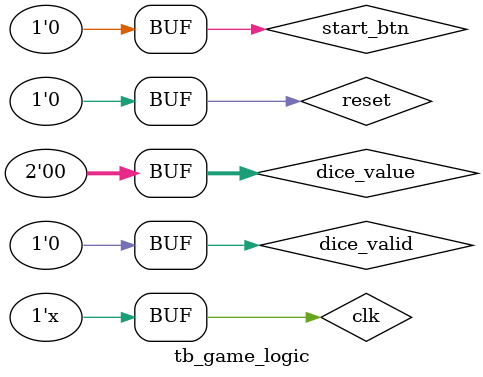
<source format=sv>
`timescale 1ns/1ps
module tb_game_logic ();

    // Parameters
    parameter CLK_PERIOD = 10;  // 100MHz clock (10ns period)

    // Signals
    logic clk;
    logic reset;
    logic start_btn;

    logic dice_valid;
    logic [1:0] dice_value;

    logic [3:0] p1_pos;
    logic [3:0] p2_pos;
    logic winner_valid;
    logic winner_id;
    logic [15:0] led_test;
    logic [15:0] led_output;


    // DUT instantiation
    game_logic dut (
        .clk        (clk),
        .reset      (reset),
        .start_btn  (start_btn),
        .dice_valid (dice_valid),
        .dice_value (dice_value),
        .p1_pos     (p1_pos),
        .p2_pos     (p2_pos),
        .winner_valid(winner_valid),
        .winner_id  (winner_id),
        .led_test   (led_test),
        .led_output (led_output)
    );


    always #5 clk = ~clk;  // 100MHz clock
    initial begin
        // Initialize
        #0
        clk = 0;
        reset = 1;
        start_btn = 0;
        dice_valid = 0;
        dice_value = 0;

        #(CLK_PERIOD * 20);

        // Release reset
        reset = 0;
        #(CLK_PERIOD * 20);

        // Test sequence
        start_btn = 1; // Press start button
        #(CLK_PERIOD * 20);
        start_btn = 0; // Release start button

        // Simulate dice rolls and game progression
        // repeat (10) begin
            // #(CLK_PERIOD * 100);
            // dice_value = $urandom_range(1, 3); // Random dice value between 1 and 3
            // dice_valid = 1; // Indicate valid dice roll
            // #(CLK_PERIOD * 20);
            // dice_valid = 0; // Clear valid signal
        // end
    end

endmodule
</source>
